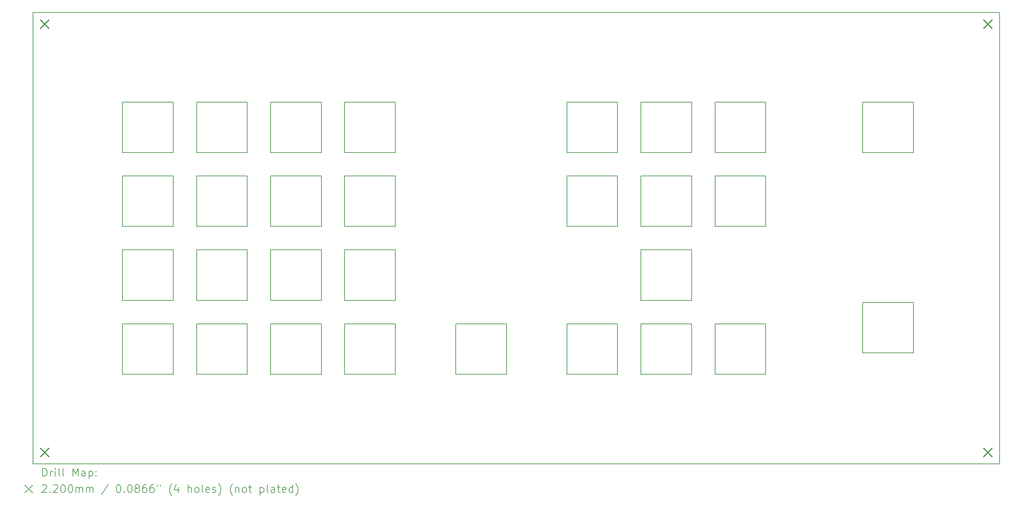
<source format=gbr>
%TF.GenerationSoftware,KiCad,Pcbnew,(6.0.7-1)-1*%
%TF.CreationDate,2022-09-14T08:46:41+02:00*%
%TF.ProjectId,yts-switchblade,7974732d-7377-4697-9463-68626c616465,rev?*%
%TF.SameCoordinates,Original*%
%TF.FileFunction,Drillmap*%
%TF.FilePolarity,Positive*%
%FSLAX45Y45*%
G04 Gerber Fmt 4.5, Leading zero omitted, Abs format (unit mm)*
G04 Created by KiCad (PCBNEW (6.0.7-1)-1) date 2022-09-14 08:46:41*
%MOMM*%
%LPD*%
G01*
G04 APERTURE LIST*
%ADD10C,0.150000*%
%ADD11C,0.200000*%
%ADD12C,0.220000*%
G04 APERTURE END LIST*
D10*
X17950000Y-7300000D02*
X19250000Y-7300000D01*
X19250000Y-7300000D02*
X19250000Y-8600000D01*
X19250000Y-8600000D02*
X17950000Y-8600000D01*
X17950000Y-8600000D02*
X17950000Y-7300000D01*
X23640000Y-5400000D02*
X24940000Y-5400000D01*
X24940000Y-5400000D02*
X24940000Y-6700000D01*
X24940000Y-6700000D02*
X23640000Y-6700000D01*
X23640000Y-6700000D02*
X23640000Y-5400000D01*
X17950000Y-5400000D02*
X19250000Y-5400000D01*
X19250000Y-5400000D02*
X19250000Y-6700000D01*
X19250000Y-6700000D02*
X17950000Y-6700000D01*
X17950000Y-6700000D02*
X17950000Y-5400000D01*
X16050000Y-7300000D02*
X17350000Y-7300000D01*
X17350000Y-7300000D02*
X17350000Y-8600000D01*
X17350000Y-8600000D02*
X16050000Y-8600000D01*
X16050000Y-8600000D02*
X16050000Y-7300000D01*
X10350000Y-7300000D02*
X11650000Y-7300000D01*
X11650000Y-7300000D02*
X11650000Y-8600000D01*
X11650000Y-8600000D02*
X10350000Y-8600000D01*
X10350000Y-8600000D02*
X10350000Y-7300000D01*
X4650000Y-11100000D02*
X5950000Y-11100000D01*
X5950000Y-11100000D02*
X5950000Y-12400000D01*
X5950000Y-12400000D02*
X4650000Y-12400000D01*
X4650000Y-12400000D02*
X4650000Y-11100000D01*
X6550000Y-7300000D02*
X7850000Y-7300000D01*
X7850000Y-7300000D02*
X7850000Y-8600000D01*
X7850000Y-8600000D02*
X6550000Y-8600000D01*
X6550000Y-8600000D02*
X6550000Y-7300000D01*
X4650000Y-7300000D02*
X5950000Y-7300000D01*
X5950000Y-7300000D02*
X5950000Y-8600000D01*
X5950000Y-8600000D02*
X4650000Y-8600000D01*
X4650000Y-8600000D02*
X4650000Y-7300000D01*
X19850000Y-11100000D02*
X21150000Y-11100000D01*
X21150000Y-11100000D02*
X21150000Y-12400000D01*
X21150000Y-12400000D02*
X19850000Y-12400000D01*
X19850000Y-12400000D02*
X19850000Y-11100000D01*
X10350000Y-9200000D02*
X11650000Y-9200000D01*
X11650000Y-9200000D02*
X11650000Y-10500000D01*
X11650000Y-10500000D02*
X10350000Y-10500000D01*
X10350000Y-10500000D02*
X10350000Y-9200000D01*
X2350000Y-3100000D02*
X27150000Y-3100000D01*
X27150000Y-3100000D02*
X27150000Y-14700000D01*
X27150000Y-14700000D02*
X2350000Y-14700000D01*
X2350000Y-14700000D02*
X2350000Y-3100000D01*
X10350000Y-11100000D02*
X11650000Y-11100000D01*
X11650000Y-11100000D02*
X11650000Y-12400000D01*
X11650000Y-12400000D02*
X10350000Y-12400000D01*
X10350000Y-12400000D02*
X10350000Y-11100000D01*
X8450000Y-5400000D02*
X9750000Y-5400000D01*
X9750000Y-5400000D02*
X9750000Y-6700000D01*
X9750000Y-6700000D02*
X8450000Y-6700000D01*
X8450000Y-6700000D02*
X8450000Y-5400000D01*
X4650000Y-9200000D02*
X5950000Y-9200000D01*
X5950000Y-9200000D02*
X5950000Y-10500000D01*
X5950000Y-10500000D02*
X4650000Y-10500000D01*
X4650000Y-10500000D02*
X4650000Y-9200000D01*
X8450000Y-11100000D02*
X9750000Y-11100000D01*
X9750000Y-11100000D02*
X9750000Y-12400000D01*
X9750000Y-12400000D02*
X8450000Y-12400000D01*
X8450000Y-12400000D02*
X8450000Y-11100000D01*
X17950000Y-11100000D02*
X19250000Y-11100000D01*
X19250000Y-11100000D02*
X19250000Y-12400000D01*
X19250000Y-12400000D02*
X17950000Y-12400000D01*
X17950000Y-12400000D02*
X17950000Y-11100000D01*
X19850000Y-7300000D02*
X21150000Y-7300000D01*
X21150000Y-7300000D02*
X21150000Y-8600000D01*
X21150000Y-8600000D02*
X19850000Y-8600000D01*
X19850000Y-8600000D02*
X19850000Y-7300000D01*
X13200000Y-11100000D02*
X14500000Y-11100000D01*
X14500000Y-11100000D02*
X14500000Y-12400000D01*
X14500000Y-12400000D02*
X13200000Y-12400000D01*
X13200000Y-12400000D02*
X13200000Y-11100000D01*
X10350000Y-5400000D02*
X11650000Y-5400000D01*
X11650000Y-5400000D02*
X11650000Y-6700000D01*
X11650000Y-6700000D02*
X10350000Y-6700000D01*
X10350000Y-6700000D02*
X10350000Y-5400000D01*
X6550000Y-11100000D02*
X7850000Y-11100000D01*
X7850000Y-11100000D02*
X7850000Y-12400000D01*
X7850000Y-12400000D02*
X6550000Y-12400000D01*
X6550000Y-12400000D02*
X6550000Y-11100000D01*
X6550000Y-5400000D02*
X7850000Y-5400000D01*
X7850000Y-5400000D02*
X7850000Y-6700000D01*
X7850000Y-6700000D02*
X6550000Y-6700000D01*
X6550000Y-6700000D02*
X6550000Y-5400000D01*
X16050000Y-11100000D02*
X17350000Y-11100000D01*
X17350000Y-11100000D02*
X17350000Y-12400000D01*
X17350000Y-12400000D02*
X16050000Y-12400000D01*
X16050000Y-12400000D02*
X16050000Y-11100000D01*
X19850000Y-5400000D02*
X21150000Y-5400000D01*
X21150000Y-5400000D02*
X21150000Y-6700000D01*
X21150000Y-6700000D02*
X19850000Y-6700000D01*
X19850000Y-6700000D02*
X19850000Y-5400000D01*
X4650000Y-5400000D02*
X5950000Y-5400000D01*
X5950000Y-5400000D02*
X5950000Y-6700000D01*
X5950000Y-6700000D02*
X4650000Y-6700000D01*
X4650000Y-6700000D02*
X4650000Y-5400000D01*
X17950000Y-9200000D02*
X19250000Y-9200000D01*
X19250000Y-9200000D02*
X19250000Y-10500000D01*
X19250000Y-10500000D02*
X17950000Y-10500000D01*
X17950000Y-10500000D02*
X17950000Y-9200000D01*
X16050000Y-5400000D02*
X17350000Y-5400000D01*
X17350000Y-5400000D02*
X17350000Y-6700000D01*
X17350000Y-6700000D02*
X16050000Y-6700000D01*
X16050000Y-6700000D02*
X16050000Y-5400000D01*
X8450000Y-9200000D02*
X9750000Y-9200000D01*
X9750000Y-9200000D02*
X9750000Y-10500000D01*
X9750000Y-10500000D02*
X8450000Y-10500000D01*
X8450000Y-10500000D02*
X8450000Y-9200000D01*
X23640000Y-10550000D02*
X24940000Y-10550000D01*
X24940000Y-10550000D02*
X24940000Y-11850000D01*
X24940000Y-11850000D02*
X23640000Y-11850000D01*
X23640000Y-11850000D02*
X23640000Y-10550000D01*
X8450000Y-7300000D02*
X9750000Y-7300000D01*
X9750000Y-7300000D02*
X9750000Y-8600000D01*
X9750000Y-8600000D02*
X8450000Y-8600000D01*
X8450000Y-8600000D02*
X8450000Y-7300000D01*
X6550000Y-9200000D02*
X7850000Y-9200000D01*
X7850000Y-9200000D02*
X7850000Y-10500000D01*
X7850000Y-10500000D02*
X6550000Y-10500000D01*
X6550000Y-10500000D02*
X6550000Y-9200000D01*
D11*
D12*
X2540000Y-3290000D02*
X2760000Y-3510000D01*
X2760000Y-3290000D02*
X2540000Y-3510000D01*
X2540000Y-14290000D02*
X2760000Y-14510000D01*
X2760000Y-14290000D02*
X2540000Y-14510000D01*
X26740000Y-3290000D02*
X26960000Y-3510000D01*
X26960000Y-3290000D02*
X26740000Y-3510000D01*
X26740000Y-14290000D02*
X26960000Y-14510000D01*
X26960000Y-14290000D02*
X26740000Y-14510000D01*
D11*
X2600119Y-15017976D02*
X2600119Y-14817976D01*
X2647738Y-14817976D01*
X2676310Y-14827500D01*
X2695357Y-14846548D01*
X2704881Y-14865595D01*
X2714405Y-14903690D01*
X2714405Y-14932262D01*
X2704881Y-14970357D01*
X2695357Y-14989405D01*
X2676310Y-15008452D01*
X2647738Y-15017976D01*
X2600119Y-15017976D01*
X2800119Y-15017976D02*
X2800119Y-14884643D01*
X2800119Y-14922738D02*
X2809643Y-14903690D01*
X2819167Y-14894167D01*
X2838214Y-14884643D01*
X2857262Y-14884643D01*
X2923928Y-15017976D02*
X2923928Y-14884643D01*
X2923928Y-14817976D02*
X2914405Y-14827500D01*
X2923928Y-14837024D01*
X2933452Y-14827500D01*
X2923928Y-14817976D01*
X2923928Y-14837024D01*
X3047738Y-15017976D02*
X3028690Y-15008452D01*
X3019167Y-14989405D01*
X3019167Y-14817976D01*
X3152500Y-15017976D02*
X3133452Y-15008452D01*
X3123928Y-14989405D01*
X3123928Y-14817976D01*
X3381071Y-15017976D02*
X3381071Y-14817976D01*
X3447738Y-14960833D01*
X3514405Y-14817976D01*
X3514405Y-15017976D01*
X3695357Y-15017976D02*
X3695357Y-14913214D01*
X3685833Y-14894167D01*
X3666786Y-14884643D01*
X3628690Y-14884643D01*
X3609643Y-14894167D01*
X3695357Y-15008452D02*
X3676309Y-15017976D01*
X3628690Y-15017976D01*
X3609643Y-15008452D01*
X3600119Y-14989405D01*
X3600119Y-14970357D01*
X3609643Y-14951309D01*
X3628690Y-14941786D01*
X3676309Y-14941786D01*
X3695357Y-14932262D01*
X3790595Y-14884643D02*
X3790595Y-15084643D01*
X3790595Y-14894167D02*
X3809643Y-14884643D01*
X3847738Y-14884643D01*
X3866786Y-14894167D01*
X3876309Y-14903690D01*
X3885833Y-14922738D01*
X3885833Y-14979881D01*
X3876309Y-14998928D01*
X3866786Y-15008452D01*
X3847738Y-15017976D01*
X3809643Y-15017976D01*
X3790595Y-15008452D01*
X3971548Y-14998928D02*
X3981071Y-15008452D01*
X3971548Y-15017976D01*
X3962024Y-15008452D01*
X3971548Y-14998928D01*
X3971548Y-15017976D01*
X3971548Y-14894167D02*
X3981071Y-14903690D01*
X3971548Y-14913214D01*
X3962024Y-14903690D01*
X3971548Y-14894167D01*
X3971548Y-14913214D01*
X2142500Y-15247500D02*
X2342500Y-15447500D01*
X2342500Y-15247500D02*
X2142500Y-15447500D01*
X2590595Y-15257024D02*
X2600119Y-15247500D01*
X2619167Y-15237976D01*
X2666786Y-15237976D01*
X2685833Y-15247500D01*
X2695357Y-15257024D01*
X2704881Y-15276071D01*
X2704881Y-15295119D01*
X2695357Y-15323690D01*
X2581071Y-15437976D01*
X2704881Y-15437976D01*
X2790595Y-15418928D02*
X2800119Y-15428452D01*
X2790595Y-15437976D01*
X2781071Y-15428452D01*
X2790595Y-15418928D01*
X2790595Y-15437976D01*
X2876309Y-15257024D02*
X2885833Y-15247500D01*
X2904881Y-15237976D01*
X2952500Y-15237976D01*
X2971548Y-15247500D01*
X2981071Y-15257024D01*
X2990595Y-15276071D01*
X2990595Y-15295119D01*
X2981071Y-15323690D01*
X2866786Y-15437976D01*
X2990595Y-15437976D01*
X3114405Y-15237976D02*
X3133452Y-15237976D01*
X3152500Y-15247500D01*
X3162024Y-15257024D01*
X3171548Y-15276071D01*
X3181071Y-15314167D01*
X3181071Y-15361786D01*
X3171548Y-15399881D01*
X3162024Y-15418928D01*
X3152500Y-15428452D01*
X3133452Y-15437976D01*
X3114405Y-15437976D01*
X3095357Y-15428452D01*
X3085833Y-15418928D01*
X3076309Y-15399881D01*
X3066786Y-15361786D01*
X3066786Y-15314167D01*
X3076309Y-15276071D01*
X3085833Y-15257024D01*
X3095357Y-15247500D01*
X3114405Y-15237976D01*
X3304881Y-15237976D02*
X3323928Y-15237976D01*
X3342976Y-15247500D01*
X3352500Y-15257024D01*
X3362024Y-15276071D01*
X3371548Y-15314167D01*
X3371548Y-15361786D01*
X3362024Y-15399881D01*
X3352500Y-15418928D01*
X3342976Y-15428452D01*
X3323928Y-15437976D01*
X3304881Y-15437976D01*
X3285833Y-15428452D01*
X3276309Y-15418928D01*
X3266786Y-15399881D01*
X3257262Y-15361786D01*
X3257262Y-15314167D01*
X3266786Y-15276071D01*
X3276309Y-15257024D01*
X3285833Y-15247500D01*
X3304881Y-15237976D01*
X3457262Y-15437976D02*
X3457262Y-15304643D01*
X3457262Y-15323690D02*
X3466786Y-15314167D01*
X3485833Y-15304643D01*
X3514405Y-15304643D01*
X3533452Y-15314167D01*
X3542976Y-15333214D01*
X3542976Y-15437976D01*
X3542976Y-15333214D02*
X3552500Y-15314167D01*
X3571548Y-15304643D01*
X3600119Y-15304643D01*
X3619167Y-15314167D01*
X3628690Y-15333214D01*
X3628690Y-15437976D01*
X3723928Y-15437976D02*
X3723928Y-15304643D01*
X3723928Y-15323690D02*
X3733452Y-15314167D01*
X3752500Y-15304643D01*
X3781071Y-15304643D01*
X3800119Y-15314167D01*
X3809643Y-15333214D01*
X3809643Y-15437976D01*
X3809643Y-15333214D02*
X3819167Y-15314167D01*
X3838214Y-15304643D01*
X3866786Y-15304643D01*
X3885833Y-15314167D01*
X3895357Y-15333214D01*
X3895357Y-15437976D01*
X4285833Y-15228452D02*
X4114405Y-15485595D01*
X4542976Y-15237976D02*
X4562024Y-15237976D01*
X4581071Y-15247500D01*
X4590595Y-15257024D01*
X4600119Y-15276071D01*
X4609643Y-15314167D01*
X4609643Y-15361786D01*
X4600119Y-15399881D01*
X4590595Y-15418928D01*
X4581071Y-15428452D01*
X4562024Y-15437976D01*
X4542976Y-15437976D01*
X4523929Y-15428452D01*
X4514405Y-15418928D01*
X4504881Y-15399881D01*
X4495357Y-15361786D01*
X4495357Y-15314167D01*
X4504881Y-15276071D01*
X4514405Y-15257024D01*
X4523929Y-15247500D01*
X4542976Y-15237976D01*
X4695357Y-15418928D02*
X4704881Y-15428452D01*
X4695357Y-15437976D01*
X4685833Y-15428452D01*
X4695357Y-15418928D01*
X4695357Y-15437976D01*
X4828690Y-15237976D02*
X4847738Y-15237976D01*
X4866786Y-15247500D01*
X4876310Y-15257024D01*
X4885833Y-15276071D01*
X4895357Y-15314167D01*
X4895357Y-15361786D01*
X4885833Y-15399881D01*
X4876310Y-15418928D01*
X4866786Y-15428452D01*
X4847738Y-15437976D01*
X4828690Y-15437976D01*
X4809643Y-15428452D01*
X4800119Y-15418928D01*
X4790595Y-15399881D01*
X4781071Y-15361786D01*
X4781071Y-15314167D01*
X4790595Y-15276071D01*
X4800119Y-15257024D01*
X4809643Y-15247500D01*
X4828690Y-15237976D01*
X5009643Y-15323690D02*
X4990595Y-15314167D01*
X4981071Y-15304643D01*
X4971548Y-15285595D01*
X4971548Y-15276071D01*
X4981071Y-15257024D01*
X4990595Y-15247500D01*
X5009643Y-15237976D01*
X5047738Y-15237976D01*
X5066786Y-15247500D01*
X5076310Y-15257024D01*
X5085833Y-15276071D01*
X5085833Y-15285595D01*
X5076310Y-15304643D01*
X5066786Y-15314167D01*
X5047738Y-15323690D01*
X5009643Y-15323690D01*
X4990595Y-15333214D01*
X4981071Y-15342738D01*
X4971548Y-15361786D01*
X4971548Y-15399881D01*
X4981071Y-15418928D01*
X4990595Y-15428452D01*
X5009643Y-15437976D01*
X5047738Y-15437976D01*
X5066786Y-15428452D01*
X5076310Y-15418928D01*
X5085833Y-15399881D01*
X5085833Y-15361786D01*
X5076310Y-15342738D01*
X5066786Y-15333214D01*
X5047738Y-15323690D01*
X5257262Y-15237976D02*
X5219167Y-15237976D01*
X5200119Y-15247500D01*
X5190595Y-15257024D01*
X5171548Y-15285595D01*
X5162024Y-15323690D01*
X5162024Y-15399881D01*
X5171548Y-15418928D01*
X5181071Y-15428452D01*
X5200119Y-15437976D01*
X5238214Y-15437976D01*
X5257262Y-15428452D01*
X5266786Y-15418928D01*
X5276310Y-15399881D01*
X5276310Y-15352262D01*
X5266786Y-15333214D01*
X5257262Y-15323690D01*
X5238214Y-15314167D01*
X5200119Y-15314167D01*
X5181071Y-15323690D01*
X5171548Y-15333214D01*
X5162024Y-15352262D01*
X5447738Y-15237976D02*
X5409643Y-15237976D01*
X5390595Y-15247500D01*
X5381071Y-15257024D01*
X5362024Y-15285595D01*
X5352500Y-15323690D01*
X5352500Y-15399881D01*
X5362024Y-15418928D01*
X5371548Y-15428452D01*
X5390595Y-15437976D01*
X5428690Y-15437976D01*
X5447738Y-15428452D01*
X5457262Y-15418928D01*
X5466786Y-15399881D01*
X5466786Y-15352262D01*
X5457262Y-15333214D01*
X5447738Y-15323690D01*
X5428690Y-15314167D01*
X5390595Y-15314167D01*
X5371548Y-15323690D01*
X5362024Y-15333214D01*
X5352500Y-15352262D01*
X5542976Y-15237976D02*
X5542976Y-15276071D01*
X5619167Y-15237976D02*
X5619167Y-15276071D01*
X5914405Y-15514167D02*
X5904881Y-15504643D01*
X5885833Y-15476071D01*
X5876309Y-15457024D01*
X5866786Y-15428452D01*
X5857262Y-15380833D01*
X5857262Y-15342738D01*
X5866786Y-15295119D01*
X5876309Y-15266548D01*
X5885833Y-15247500D01*
X5904881Y-15218928D01*
X5914405Y-15209405D01*
X6076309Y-15304643D02*
X6076309Y-15437976D01*
X6028690Y-15228452D02*
X5981071Y-15371309D01*
X6104881Y-15371309D01*
X6333452Y-15437976D02*
X6333452Y-15237976D01*
X6419167Y-15437976D02*
X6419167Y-15333214D01*
X6409643Y-15314167D01*
X6390595Y-15304643D01*
X6362024Y-15304643D01*
X6342976Y-15314167D01*
X6333452Y-15323690D01*
X6542976Y-15437976D02*
X6523928Y-15428452D01*
X6514405Y-15418928D01*
X6504881Y-15399881D01*
X6504881Y-15342738D01*
X6514405Y-15323690D01*
X6523928Y-15314167D01*
X6542976Y-15304643D01*
X6571548Y-15304643D01*
X6590595Y-15314167D01*
X6600119Y-15323690D01*
X6609643Y-15342738D01*
X6609643Y-15399881D01*
X6600119Y-15418928D01*
X6590595Y-15428452D01*
X6571548Y-15437976D01*
X6542976Y-15437976D01*
X6723928Y-15437976D02*
X6704881Y-15428452D01*
X6695357Y-15409405D01*
X6695357Y-15237976D01*
X6876309Y-15428452D02*
X6857262Y-15437976D01*
X6819167Y-15437976D01*
X6800119Y-15428452D01*
X6790595Y-15409405D01*
X6790595Y-15333214D01*
X6800119Y-15314167D01*
X6819167Y-15304643D01*
X6857262Y-15304643D01*
X6876309Y-15314167D01*
X6885833Y-15333214D01*
X6885833Y-15352262D01*
X6790595Y-15371309D01*
X6962024Y-15428452D02*
X6981071Y-15437976D01*
X7019167Y-15437976D01*
X7038214Y-15428452D01*
X7047738Y-15409405D01*
X7047738Y-15399881D01*
X7038214Y-15380833D01*
X7019167Y-15371309D01*
X6990595Y-15371309D01*
X6971548Y-15361786D01*
X6962024Y-15342738D01*
X6962024Y-15333214D01*
X6971548Y-15314167D01*
X6990595Y-15304643D01*
X7019167Y-15304643D01*
X7038214Y-15314167D01*
X7114405Y-15514167D02*
X7123928Y-15504643D01*
X7142976Y-15476071D01*
X7152500Y-15457024D01*
X7162024Y-15428452D01*
X7171548Y-15380833D01*
X7171548Y-15342738D01*
X7162024Y-15295119D01*
X7152500Y-15266548D01*
X7142976Y-15247500D01*
X7123928Y-15218928D01*
X7114405Y-15209405D01*
X7476309Y-15514167D02*
X7466786Y-15504643D01*
X7447738Y-15476071D01*
X7438214Y-15457024D01*
X7428690Y-15428452D01*
X7419167Y-15380833D01*
X7419167Y-15342738D01*
X7428690Y-15295119D01*
X7438214Y-15266548D01*
X7447738Y-15247500D01*
X7466786Y-15218928D01*
X7476309Y-15209405D01*
X7552500Y-15304643D02*
X7552500Y-15437976D01*
X7552500Y-15323690D02*
X7562024Y-15314167D01*
X7581071Y-15304643D01*
X7609643Y-15304643D01*
X7628690Y-15314167D01*
X7638214Y-15333214D01*
X7638214Y-15437976D01*
X7762024Y-15437976D02*
X7742976Y-15428452D01*
X7733452Y-15418928D01*
X7723928Y-15399881D01*
X7723928Y-15342738D01*
X7733452Y-15323690D01*
X7742976Y-15314167D01*
X7762024Y-15304643D01*
X7790595Y-15304643D01*
X7809643Y-15314167D01*
X7819167Y-15323690D01*
X7828690Y-15342738D01*
X7828690Y-15399881D01*
X7819167Y-15418928D01*
X7809643Y-15428452D01*
X7790595Y-15437976D01*
X7762024Y-15437976D01*
X7885833Y-15304643D02*
X7962024Y-15304643D01*
X7914405Y-15237976D02*
X7914405Y-15409405D01*
X7923928Y-15428452D01*
X7942976Y-15437976D01*
X7962024Y-15437976D01*
X8181071Y-15304643D02*
X8181071Y-15504643D01*
X8181071Y-15314167D02*
X8200119Y-15304643D01*
X8238214Y-15304643D01*
X8257262Y-15314167D01*
X8266786Y-15323690D01*
X8276309Y-15342738D01*
X8276309Y-15399881D01*
X8266786Y-15418928D01*
X8257262Y-15428452D01*
X8238214Y-15437976D01*
X8200119Y-15437976D01*
X8181071Y-15428452D01*
X8390595Y-15437976D02*
X8371548Y-15428452D01*
X8362024Y-15409405D01*
X8362024Y-15237976D01*
X8552500Y-15437976D02*
X8552500Y-15333214D01*
X8542976Y-15314167D01*
X8523929Y-15304643D01*
X8485833Y-15304643D01*
X8466786Y-15314167D01*
X8552500Y-15428452D02*
X8533452Y-15437976D01*
X8485833Y-15437976D01*
X8466786Y-15428452D01*
X8457262Y-15409405D01*
X8457262Y-15390357D01*
X8466786Y-15371309D01*
X8485833Y-15361786D01*
X8533452Y-15361786D01*
X8552500Y-15352262D01*
X8619167Y-15304643D02*
X8695357Y-15304643D01*
X8647738Y-15237976D02*
X8647738Y-15409405D01*
X8657262Y-15428452D01*
X8676310Y-15437976D01*
X8695357Y-15437976D01*
X8838214Y-15428452D02*
X8819167Y-15437976D01*
X8781071Y-15437976D01*
X8762024Y-15428452D01*
X8752500Y-15409405D01*
X8752500Y-15333214D01*
X8762024Y-15314167D01*
X8781071Y-15304643D01*
X8819167Y-15304643D01*
X8838214Y-15314167D01*
X8847738Y-15333214D01*
X8847738Y-15352262D01*
X8752500Y-15371309D01*
X9019167Y-15437976D02*
X9019167Y-15237976D01*
X9019167Y-15428452D02*
X9000119Y-15437976D01*
X8962024Y-15437976D01*
X8942976Y-15428452D01*
X8933452Y-15418928D01*
X8923929Y-15399881D01*
X8923929Y-15342738D01*
X8933452Y-15323690D01*
X8942976Y-15314167D01*
X8962024Y-15304643D01*
X9000119Y-15304643D01*
X9019167Y-15314167D01*
X9095357Y-15514167D02*
X9104881Y-15504643D01*
X9123929Y-15476071D01*
X9133452Y-15457024D01*
X9142976Y-15428452D01*
X9152500Y-15380833D01*
X9152500Y-15342738D01*
X9142976Y-15295119D01*
X9133452Y-15266548D01*
X9123929Y-15247500D01*
X9104881Y-15218928D01*
X9095357Y-15209405D01*
M02*

</source>
